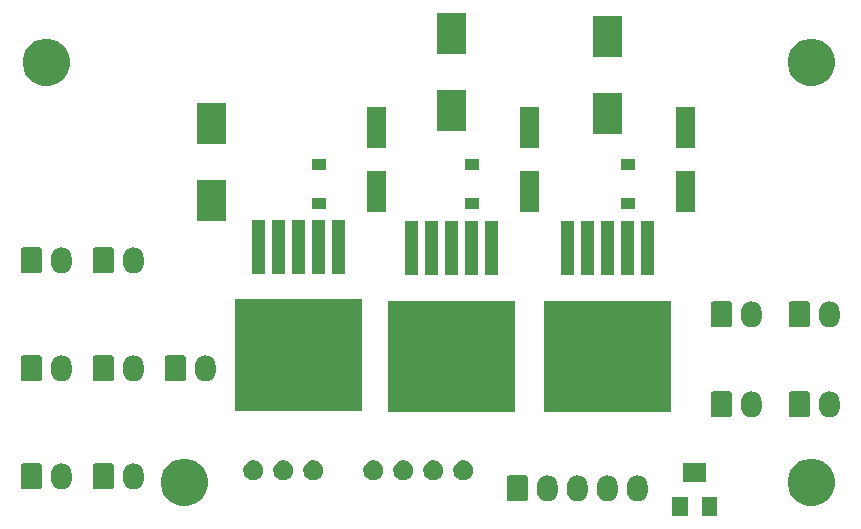
<source format=gbr>
G04 #@! TF.GenerationSoftware,KiCad,Pcbnew,5.0.1*
G04 #@! TF.CreationDate,2019-02-04T15:42:07-06:00*
G04 #@! TF.ProjectId,PowerRDP,506F7765725244502E6B696361645F70,2*
G04 #@! TF.SameCoordinates,Original*
G04 #@! TF.FileFunction,Soldermask,Top*
G04 #@! TF.FilePolarity,Negative*
%FSLAX46Y46*%
G04 Gerber Fmt 4.6, Leading zero omitted, Abs format (unit mm)*
G04 Created by KiCad (PCBNEW 5.0.1) date Mon 04 Feb 2019 03:42:07 PM CST*
%MOMM*%
%LPD*%
G01*
G04 APERTURE LIST*
%ADD10C,0.100000*%
G04 APERTURE END LIST*
D10*
G36*
X144414000Y-89192000D02*
X143114000Y-89192000D01*
X143114000Y-87592000D01*
X144414000Y-87592000D01*
X144414000Y-89192000D01*
X144414000Y-89192000D01*
G37*
G36*
X141914000Y-89192000D02*
X140614000Y-89192000D01*
X140614000Y-87592000D01*
X141914000Y-87592000D01*
X141914000Y-89192000D01*
X141914000Y-89192000D01*
G37*
G36*
X152983378Y-84436859D02*
X153347354Y-84587622D01*
X153674929Y-84806501D01*
X153953499Y-85085071D01*
X154172378Y-85412646D01*
X154323141Y-85776622D01*
X154400000Y-86163016D01*
X154400000Y-86556984D01*
X154323141Y-86943378D01*
X154172378Y-87307354D01*
X153953499Y-87634929D01*
X153674929Y-87913499D01*
X153347354Y-88132378D01*
X152983378Y-88283141D01*
X152596984Y-88360000D01*
X152203016Y-88360000D01*
X151816622Y-88283141D01*
X151452646Y-88132378D01*
X151125071Y-87913499D01*
X150846501Y-87634929D01*
X150627622Y-87307354D01*
X150476859Y-86943378D01*
X150400000Y-86556984D01*
X150400000Y-86163016D01*
X150476859Y-85776622D01*
X150627622Y-85412646D01*
X150846501Y-85085071D01*
X151125071Y-84806501D01*
X151452646Y-84587622D01*
X151816622Y-84436859D01*
X152203016Y-84360000D01*
X152596984Y-84360000D01*
X152983378Y-84436859D01*
X152983378Y-84436859D01*
G37*
G36*
X99897378Y-84436859D02*
X100261354Y-84587622D01*
X100588929Y-84806501D01*
X100867499Y-85085071D01*
X101086378Y-85412646D01*
X101237141Y-85776622D01*
X101314000Y-86163016D01*
X101314000Y-86556984D01*
X101237141Y-86943378D01*
X101086378Y-87307354D01*
X100867499Y-87634929D01*
X100588929Y-87913499D01*
X100261354Y-88132378D01*
X99897378Y-88283141D01*
X99510984Y-88360000D01*
X99117016Y-88360000D01*
X98730622Y-88283141D01*
X98366646Y-88132378D01*
X98039071Y-87913499D01*
X97760501Y-87634929D01*
X97541622Y-87307354D01*
X97390859Y-86943378D01*
X97314000Y-86556984D01*
X97314000Y-86163016D01*
X97390859Y-85776622D01*
X97541622Y-85412646D01*
X97760501Y-85085071D01*
X98039071Y-84806501D01*
X98366646Y-84587622D01*
X98730622Y-84436859D01*
X99117016Y-84360000D01*
X99510984Y-84360000D01*
X99897378Y-84436859D01*
X99897378Y-84436859D01*
G37*
G36*
X132758545Y-85780588D02*
X132758548Y-85780589D01*
X132758549Y-85780589D01*
X132922544Y-85830336D01*
X132922546Y-85830337D01*
X132922549Y-85830338D01*
X133073685Y-85911121D01*
X133206159Y-86019841D01*
X133314878Y-86152314D01*
X133368453Y-86252547D01*
X133395664Y-86303455D01*
X133429970Y-86416547D01*
X133445412Y-86467454D01*
X133458000Y-86595262D01*
X133458000Y-87140737D01*
X133445412Y-87268547D01*
X133395664Y-87432546D01*
X133314878Y-87583686D01*
X133206159Y-87716159D01*
X133073686Y-87824878D01*
X132942913Y-87894777D01*
X132922545Y-87905664D01*
X132758550Y-87955411D01*
X132758549Y-87955411D01*
X132758546Y-87955412D01*
X132588000Y-87972209D01*
X132417455Y-87955412D01*
X132417452Y-87955411D01*
X132417451Y-87955411D01*
X132253456Y-87905664D01*
X132233088Y-87894777D01*
X132102315Y-87824878D01*
X131969842Y-87716159D01*
X131861123Y-87583686D01*
X131780337Y-87432547D01*
X131742361Y-87307355D01*
X131730589Y-87268550D01*
X131730589Y-87268549D01*
X131730588Y-87268546D01*
X131718000Y-87140738D01*
X131718000Y-86595263D01*
X131730588Y-86467455D01*
X131730589Y-86467451D01*
X131780336Y-86303456D01*
X131780337Y-86303454D01*
X131780338Y-86303451D01*
X131861121Y-86152315D01*
X131969841Y-86019841D01*
X132102314Y-85911122D01*
X132253453Y-85830337D01*
X132253455Y-85830336D01*
X132417450Y-85780589D01*
X132417451Y-85780589D01*
X132417454Y-85780588D01*
X132588000Y-85763791D01*
X132758545Y-85780588D01*
X132758545Y-85780588D01*
G37*
G36*
X130218545Y-85780588D02*
X130218548Y-85780589D01*
X130218549Y-85780589D01*
X130382544Y-85830336D01*
X130382546Y-85830337D01*
X130382549Y-85830338D01*
X130533685Y-85911121D01*
X130666159Y-86019841D01*
X130774878Y-86152314D01*
X130828453Y-86252547D01*
X130855664Y-86303455D01*
X130889970Y-86416547D01*
X130905412Y-86467454D01*
X130918000Y-86595262D01*
X130918000Y-87140737D01*
X130905412Y-87268547D01*
X130855664Y-87432546D01*
X130774878Y-87583686D01*
X130666159Y-87716159D01*
X130533686Y-87824878D01*
X130402913Y-87894777D01*
X130382545Y-87905664D01*
X130218550Y-87955411D01*
X130218549Y-87955411D01*
X130218546Y-87955412D01*
X130048000Y-87972209D01*
X129877455Y-87955412D01*
X129877452Y-87955411D01*
X129877451Y-87955411D01*
X129713456Y-87905664D01*
X129693088Y-87894777D01*
X129562315Y-87824878D01*
X129429842Y-87716159D01*
X129321123Y-87583686D01*
X129240337Y-87432547D01*
X129202361Y-87307355D01*
X129190589Y-87268550D01*
X129190589Y-87268549D01*
X129190588Y-87268546D01*
X129178000Y-87140738D01*
X129178000Y-86595263D01*
X129190588Y-86467455D01*
X129190589Y-86467451D01*
X129240336Y-86303456D01*
X129240337Y-86303454D01*
X129240338Y-86303451D01*
X129321121Y-86152315D01*
X129429841Y-86019841D01*
X129562314Y-85911122D01*
X129713453Y-85830337D01*
X129713455Y-85830336D01*
X129877450Y-85780589D01*
X129877451Y-85780589D01*
X129877454Y-85780588D01*
X130048000Y-85763791D01*
X130218545Y-85780588D01*
X130218545Y-85780588D01*
G37*
G36*
X135298545Y-85780588D02*
X135298548Y-85780589D01*
X135298549Y-85780589D01*
X135462544Y-85830336D01*
X135462546Y-85830337D01*
X135462549Y-85830338D01*
X135613685Y-85911121D01*
X135746159Y-86019841D01*
X135854878Y-86152314D01*
X135908453Y-86252547D01*
X135935664Y-86303455D01*
X135969970Y-86416547D01*
X135985412Y-86467454D01*
X135998000Y-86595262D01*
X135998000Y-87140737D01*
X135985412Y-87268547D01*
X135935664Y-87432546D01*
X135854878Y-87583686D01*
X135746159Y-87716159D01*
X135613686Y-87824878D01*
X135482913Y-87894777D01*
X135462545Y-87905664D01*
X135298550Y-87955411D01*
X135298549Y-87955411D01*
X135298546Y-87955412D01*
X135128000Y-87972209D01*
X134957455Y-87955412D01*
X134957452Y-87955411D01*
X134957451Y-87955411D01*
X134793456Y-87905664D01*
X134773088Y-87894777D01*
X134642315Y-87824878D01*
X134509842Y-87716159D01*
X134401123Y-87583686D01*
X134320337Y-87432547D01*
X134282361Y-87307355D01*
X134270589Y-87268550D01*
X134270589Y-87268549D01*
X134270588Y-87268546D01*
X134258000Y-87140738D01*
X134258000Y-86595263D01*
X134270588Y-86467455D01*
X134270589Y-86467451D01*
X134320336Y-86303456D01*
X134320337Y-86303454D01*
X134320338Y-86303451D01*
X134401121Y-86152315D01*
X134509841Y-86019841D01*
X134642314Y-85911122D01*
X134793453Y-85830337D01*
X134793455Y-85830336D01*
X134957450Y-85780589D01*
X134957451Y-85780589D01*
X134957454Y-85780588D01*
X135128000Y-85763791D01*
X135298545Y-85780588D01*
X135298545Y-85780588D01*
G37*
G36*
X137838545Y-85780588D02*
X137838548Y-85780589D01*
X137838549Y-85780589D01*
X138002544Y-85830336D01*
X138002546Y-85830337D01*
X138002549Y-85830338D01*
X138153685Y-85911121D01*
X138286159Y-86019841D01*
X138394878Y-86152314D01*
X138448453Y-86252547D01*
X138475664Y-86303455D01*
X138509970Y-86416547D01*
X138525412Y-86467454D01*
X138538000Y-86595262D01*
X138538000Y-87140737D01*
X138525412Y-87268547D01*
X138475664Y-87432546D01*
X138394878Y-87583686D01*
X138286159Y-87716159D01*
X138153686Y-87824878D01*
X138022913Y-87894777D01*
X138002545Y-87905664D01*
X137838550Y-87955411D01*
X137838549Y-87955411D01*
X137838546Y-87955412D01*
X137668000Y-87972209D01*
X137497455Y-87955412D01*
X137497452Y-87955411D01*
X137497451Y-87955411D01*
X137333456Y-87905664D01*
X137313088Y-87894777D01*
X137182315Y-87824878D01*
X137049842Y-87716159D01*
X136941123Y-87583686D01*
X136860337Y-87432547D01*
X136822361Y-87307355D01*
X136810589Y-87268550D01*
X136810589Y-87268549D01*
X136810588Y-87268546D01*
X136798000Y-87140738D01*
X136798000Y-86595263D01*
X136810588Y-86467455D01*
X136810589Y-86467451D01*
X136860336Y-86303456D01*
X136860337Y-86303454D01*
X136860338Y-86303451D01*
X136941121Y-86152315D01*
X137049841Y-86019841D01*
X137182314Y-85911122D01*
X137333453Y-85830337D01*
X137333455Y-85830336D01*
X137497450Y-85780589D01*
X137497451Y-85780589D01*
X137497454Y-85780588D01*
X137668000Y-85763791D01*
X137838545Y-85780588D01*
X137838545Y-85780588D01*
G37*
G36*
X128248355Y-85771685D02*
X128278431Y-85780808D01*
X128306145Y-85795622D01*
X128330440Y-85815560D01*
X128350378Y-85839855D01*
X128365192Y-85867569D01*
X128374315Y-85897645D01*
X128378000Y-85935059D01*
X128378000Y-87800941D01*
X128374315Y-87838355D01*
X128365192Y-87868431D01*
X128350378Y-87896145D01*
X128330440Y-87920440D01*
X128306145Y-87940378D01*
X128278431Y-87955192D01*
X128248355Y-87964315D01*
X128210941Y-87968000D01*
X126805059Y-87968000D01*
X126767645Y-87964315D01*
X126737569Y-87955192D01*
X126709855Y-87940378D01*
X126685560Y-87920440D01*
X126665622Y-87896145D01*
X126650808Y-87868431D01*
X126641685Y-87838355D01*
X126638000Y-87800941D01*
X126638000Y-85935059D01*
X126641685Y-85897645D01*
X126650808Y-85867569D01*
X126665622Y-85839855D01*
X126685560Y-85815560D01*
X126709855Y-85795622D01*
X126737569Y-85780808D01*
X126767645Y-85771685D01*
X126805059Y-85768000D01*
X128210941Y-85768000D01*
X128248355Y-85771685D01*
X128248355Y-85771685D01*
G37*
G36*
X95166545Y-84764588D02*
X95166548Y-84764589D01*
X95166549Y-84764589D01*
X95330544Y-84814336D01*
X95330546Y-84814337D01*
X95330549Y-84814338D01*
X95481685Y-84895121D01*
X95614159Y-85003841D01*
X95722878Y-85136314D01*
X95789139Y-85260281D01*
X95803664Y-85287455D01*
X95841640Y-85412646D01*
X95853412Y-85451454D01*
X95866000Y-85579262D01*
X95866000Y-86124737D01*
X95853412Y-86252547D01*
X95803664Y-86416546D01*
X95722878Y-86567686D01*
X95614159Y-86700159D01*
X95481686Y-86808878D01*
X95350913Y-86878777D01*
X95330545Y-86889664D01*
X95166550Y-86939411D01*
X95166549Y-86939411D01*
X95166546Y-86939412D01*
X94996000Y-86956209D01*
X94825455Y-86939412D01*
X94825452Y-86939411D01*
X94825451Y-86939411D01*
X94661456Y-86889664D01*
X94641088Y-86878777D01*
X94510315Y-86808878D01*
X94377842Y-86700159D01*
X94269123Y-86567686D01*
X94188337Y-86416547D01*
X94138588Y-86252546D01*
X94126000Y-86124738D01*
X94126000Y-85579263D01*
X94138588Y-85451455D01*
X94138589Y-85451451D01*
X94188336Y-85287456D01*
X94188337Y-85287454D01*
X94188338Y-85287451D01*
X94269121Y-85136315D01*
X94377841Y-85003841D01*
X94510314Y-84895122D01*
X94661453Y-84814337D01*
X94661455Y-84814336D01*
X94825450Y-84764589D01*
X94825451Y-84764589D01*
X94825454Y-84764588D01*
X94996000Y-84747791D01*
X95166545Y-84764588D01*
X95166545Y-84764588D01*
G37*
G36*
X89070545Y-84764588D02*
X89070548Y-84764589D01*
X89070549Y-84764589D01*
X89234544Y-84814336D01*
X89234546Y-84814337D01*
X89234549Y-84814338D01*
X89385685Y-84895121D01*
X89518159Y-85003841D01*
X89626878Y-85136314D01*
X89693139Y-85260281D01*
X89707664Y-85287455D01*
X89745640Y-85412646D01*
X89757412Y-85451454D01*
X89770000Y-85579262D01*
X89770000Y-86124737D01*
X89757412Y-86252547D01*
X89707664Y-86416546D01*
X89626878Y-86567686D01*
X89518159Y-86700159D01*
X89385686Y-86808878D01*
X89254913Y-86878777D01*
X89234545Y-86889664D01*
X89070550Y-86939411D01*
X89070549Y-86939411D01*
X89070546Y-86939412D01*
X88900000Y-86956209D01*
X88729455Y-86939412D01*
X88729452Y-86939411D01*
X88729451Y-86939411D01*
X88565456Y-86889664D01*
X88545088Y-86878777D01*
X88414315Y-86808878D01*
X88281842Y-86700159D01*
X88173123Y-86567686D01*
X88092337Y-86416547D01*
X88042588Y-86252546D01*
X88030000Y-86124738D01*
X88030000Y-85579263D01*
X88042588Y-85451455D01*
X88042589Y-85451451D01*
X88092336Y-85287456D01*
X88092337Y-85287454D01*
X88092338Y-85287451D01*
X88173121Y-85136315D01*
X88281841Y-85003841D01*
X88414314Y-84895122D01*
X88565453Y-84814337D01*
X88565455Y-84814336D01*
X88729450Y-84764589D01*
X88729451Y-84764589D01*
X88729454Y-84764588D01*
X88900000Y-84747791D01*
X89070545Y-84764588D01*
X89070545Y-84764588D01*
G37*
G36*
X93196355Y-84755685D02*
X93226431Y-84764808D01*
X93254145Y-84779622D01*
X93278440Y-84799560D01*
X93298378Y-84823855D01*
X93313192Y-84851569D01*
X93322315Y-84881645D01*
X93326000Y-84919059D01*
X93326000Y-86784941D01*
X93322315Y-86822355D01*
X93313192Y-86852431D01*
X93298378Y-86880145D01*
X93278440Y-86904440D01*
X93254145Y-86924378D01*
X93226431Y-86939192D01*
X93196355Y-86948315D01*
X93158941Y-86952000D01*
X91753059Y-86952000D01*
X91715645Y-86948315D01*
X91685569Y-86939192D01*
X91657855Y-86924378D01*
X91633560Y-86904440D01*
X91613622Y-86880145D01*
X91598808Y-86852431D01*
X91589685Y-86822355D01*
X91586000Y-86784941D01*
X91586000Y-84919059D01*
X91589685Y-84881645D01*
X91598808Y-84851569D01*
X91613622Y-84823855D01*
X91633560Y-84799560D01*
X91657855Y-84779622D01*
X91685569Y-84764808D01*
X91715645Y-84755685D01*
X91753059Y-84752000D01*
X93158941Y-84752000D01*
X93196355Y-84755685D01*
X93196355Y-84755685D01*
G37*
G36*
X87100355Y-84755685D02*
X87130431Y-84764808D01*
X87158145Y-84779622D01*
X87182440Y-84799560D01*
X87202378Y-84823855D01*
X87217192Y-84851569D01*
X87226315Y-84881645D01*
X87230000Y-84919059D01*
X87230000Y-86784941D01*
X87226315Y-86822355D01*
X87217192Y-86852431D01*
X87202378Y-86880145D01*
X87182440Y-86904440D01*
X87158145Y-86924378D01*
X87130431Y-86939192D01*
X87100355Y-86948315D01*
X87062941Y-86952000D01*
X85657059Y-86952000D01*
X85619645Y-86948315D01*
X85589569Y-86939192D01*
X85561855Y-86924378D01*
X85537560Y-86904440D01*
X85517622Y-86880145D01*
X85502808Y-86852431D01*
X85493685Y-86822355D01*
X85490000Y-86784941D01*
X85490000Y-84919059D01*
X85493685Y-84881645D01*
X85502808Y-84851569D01*
X85517622Y-84823855D01*
X85537560Y-84799560D01*
X85561855Y-84779622D01*
X85589569Y-84764808D01*
X85619645Y-84755685D01*
X85657059Y-84752000D01*
X87062941Y-84752000D01*
X87100355Y-84755685D01*
X87100355Y-84755685D01*
G37*
G36*
X143514000Y-86292000D02*
X141514000Y-86292000D01*
X141514000Y-84692000D01*
X143514000Y-84692000D01*
X143514000Y-86292000D01*
X143514000Y-86292000D01*
G37*
G36*
X123183934Y-84526664D02*
X123338627Y-84590740D01*
X123477847Y-84683764D01*
X123596236Y-84802153D01*
X123689260Y-84941373D01*
X123753336Y-85096066D01*
X123786000Y-85260281D01*
X123786000Y-85427719D01*
X123753336Y-85591934D01*
X123689260Y-85746627D01*
X123596236Y-85885847D01*
X123477847Y-86004236D01*
X123338627Y-86097260D01*
X123183934Y-86161336D01*
X123019719Y-86194000D01*
X122852281Y-86194000D01*
X122688066Y-86161336D01*
X122533373Y-86097260D01*
X122394153Y-86004236D01*
X122275764Y-85885847D01*
X122182740Y-85746627D01*
X122118664Y-85591934D01*
X122086000Y-85427719D01*
X122086000Y-85260281D01*
X122118664Y-85096066D01*
X122182740Y-84941373D01*
X122275764Y-84802153D01*
X122394153Y-84683764D01*
X122533373Y-84590740D01*
X122688066Y-84526664D01*
X122852281Y-84494000D01*
X123019719Y-84494000D01*
X123183934Y-84526664D01*
X123183934Y-84526664D01*
G37*
G36*
X120643934Y-84526664D02*
X120798627Y-84590740D01*
X120937847Y-84683764D01*
X121056236Y-84802153D01*
X121149260Y-84941373D01*
X121213336Y-85096066D01*
X121246000Y-85260281D01*
X121246000Y-85427719D01*
X121213336Y-85591934D01*
X121149260Y-85746627D01*
X121056236Y-85885847D01*
X120937847Y-86004236D01*
X120798627Y-86097260D01*
X120643934Y-86161336D01*
X120479719Y-86194000D01*
X120312281Y-86194000D01*
X120148066Y-86161336D01*
X119993373Y-86097260D01*
X119854153Y-86004236D01*
X119735764Y-85885847D01*
X119642740Y-85746627D01*
X119578664Y-85591934D01*
X119546000Y-85427719D01*
X119546000Y-85260281D01*
X119578664Y-85096066D01*
X119642740Y-84941373D01*
X119735764Y-84802153D01*
X119854153Y-84683764D01*
X119993373Y-84590740D01*
X120148066Y-84526664D01*
X120312281Y-84494000D01*
X120479719Y-84494000D01*
X120643934Y-84526664D01*
X120643934Y-84526664D01*
G37*
G36*
X115563934Y-84526664D02*
X115718627Y-84590740D01*
X115857847Y-84683764D01*
X115976236Y-84802153D01*
X116069260Y-84941373D01*
X116133336Y-85096066D01*
X116166000Y-85260281D01*
X116166000Y-85427719D01*
X116133336Y-85591934D01*
X116069260Y-85746627D01*
X115976236Y-85885847D01*
X115857847Y-86004236D01*
X115718627Y-86097260D01*
X115563934Y-86161336D01*
X115399719Y-86194000D01*
X115232281Y-86194000D01*
X115068066Y-86161336D01*
X114913373Y-86097260D01*
X114774153Y-86004236D01*
X114655764Y-85885847D01*
X114562740Y-85746627D01*
X114498664Y-85591934D01*
X114466000Y-85427719D01*
X114466000Y-85260281D01*
X114498664Y-85096066D01*
X114562740Y-84941373D01*
X114655764Y-84802153D01*
X114774153Y-84683764D01*
X114913373Y-84590740D01*
X115068066Y-84526664D01*
X115232281Y-84494000D01*
X115399719Y-84494000D01*
X115563934Y-84526664D01*
X115563934Y-84526664D01*
G37*
G36*
X118103934Y-84526664D02*
X118258627Y-84590740D01*
X118397847Y-84683764D01*
X118516236Y-84802153D01*
X118609260Y-84941373D01*
X118673336Y-85096066D01*
X118706000Y-85260281D01*
X118706000Y-85427719D01*
X118673336Y-85591934D01*
X118609260Y-85746627D01*
X118516236Y-85885847D01*
X118397847Y-86004236D01*
X118258627Y-86097260D01*
X118103934Y-86161336D01*
X117939719Y-86194000D01*
X117772281Y-86194000D01*
X117608066Y-86161336D01*
X117453373Y-86097260D01*
X117314153Y-86004236D01*
X117195764Y-85885847D01*
X117102740Y-85746627D01*
X117038664Y-85591934D01*
X117006000Y-85427719D01*
X117006000Y-85260281D01*
X117038664Y-85096066D01*
X117102740Y-84941373D01*
X117195764Y-84802153D01*
X117314153Y-84683764D01*
X117453373Y-84590740D01*
X117608066Y-84526664D01*
X117772281Y-84494000D01*
X117939719Y-84494000D01*
X118103934Y-84526664D01*
X118103934Y-84526664D01*
G37*
G36*
X105403934Y-84526664D02*
X105558627Y-84590740D01*
X105697847Y-84683764D01*
X105816236Y-84802153D01*
X105909260Y-84941373D01*
X105973336Y-85096066D01*
X106006000Y-85260281D01*
X106006000Y-85427719D01*
X105973336Y-85591934D01*
X105909260Y-85746627D01*
X105816236Y-85885847D01*
X105697847Y-86004236D01*
X105558627Y-86097260D01*
X105403934Y-86161336D01*
X105239719Y-86194000D01*
X105072281Y-86194000D01*
X104908066Y-86161336D01*
X104753373Y-86097260D01*
X104614153Y-86004236D01*
X104495764Y-85885847D01*
X104402740Y-85746627D01*
X104338664Y-85591934D01*
X104306000Y-85427719D01*
X104306000Y-85260281D01*
X104338664Y-85096066D01*
X104402740Y-84941373D01*
X104495764Y-84802153D01*
X104614153Y-84683764D01*
X104753373Y-84590740D01*
X104908066Y-84526664D01*
X105072281Y-84494000D01*
X105239719Y-84494000D01*
X105403934Y-84526664D01*
X105403934Y-84526664D01*
G37*
G36*
X107943934Y-84526664D02*
X108098627Y-84590740D01*
X108237847Y-84683764D01*
X108356236Y-84802153D01*
X108449260Y-84941373D01*
X108513336Y-85096066D01*
X108546000Y-85260281D01*
X108546000Y-85427719D01*
X108513336Y-85591934D01*
X108449260Y-85746627D01*
X108356236Y-85885847D01*
X108237847Y-86004236D01*
X108098627Y-86097260D01*
X107943934Y-86161336D01*
X107779719Y-86194000D01*
X107612281Y-86194000D01*
X107448066Y-86161336D01*
X107293373Y-86097260D01*
X107154153Y-86004236D01*
X107035764Y-85885847D01*
X106942740Y-85746627D01*
X106878664Y-85591934D01*
X106846000Y-85427719D01*
X106846000Y-85260281D01*
X106878664Y-85096066D01*
X106942740Y-84941373D01*
X107035764Y-84802153D01*
X107154153Y-84683764D01*
X107293373Y-84590740D01*
X107448066Y-84526664D01*
X107612281Y-84494000D01*
X107779719Y-84494000D01*
X107943934Y-84526664D01*
X107943934Y-84526664D01*
G37*
G36*
X110483934Y-84526664D02*
X110638627Y-84590740D01*
X110777847Y-84683764D01*
X110896236Y-84802153D01*
X110989260Y-84941373D01*
X111053336Y-85096066D01*
X111086000Y-85260281D01*
X111086000Y-85427719D01*
X111053336Y-85591934D01*
X110989260Y-85746627D01*
X110896236Y-85885847D01*
X110777847Y-86004236D01*
X110638627Y-86097260D01*
X110483934Y-86161336D01*
X110319719Y-86194000D01*
X110152281Y-86194000D01*
X109988066Y-86161336D01*
X109833373Y-86097260D01*
X109694153Y-86004236D01*
X109575764Y-85885847D01*
X109482740Y-85746627D01*
X109418664Y-85591934D01*
X109386000Y-85427719D01*
X109386000Y-85260281D01*
X109418664Y-85096066D01*
X109482740Y-84941373D01*
X109575764Y-84802153D01*
X109694153Y-84683764D01*
X109833373Y-84590740D01*
X109988066Y-84526664D01*
X110152281Y-84494000D01*
X110319719Y-84494000D01*
X110483934Y-84526664D01*
X110483934Y-84526664D01*
G37*
G36*
X154094545Y-78668588D02*
X154094548Y-78668589D01*
X154094549Y-78668589D01*
X154258544Y-78718336D01*
X154258546Y-78718337D01*
X154258549Y-78718338D01*
X154409685Y-78799121D01*
X154542159Y-78907841D01*
X154650878Y-79040314D01*
X154731663Y-79191453D01*
X154781412Y-79355454D01*
X154794000Y-79483262D01*
X154794000Y-80028737D01*
X154781412Y-80156547D01*
X154731664Y-80320546D01*
X154650878Y-80471686D01*
X154542159Y-80604159D01*
X154409686Y-80712878D01*
X154278913Y-80782777D01*
X154258545Y-80793664D01*
X154094550Y-80843411D01*
X154094549Y-80843411D01*
X154094546Y-80843412D01*
X153924000Y-80860209D01*
X153753455Y-80843412D01*
X153753452Y-80843411D01*
X153753451Y-80843411D01*
X153589456Y-80793664D01*
X153569088Y-80782777D01*
X153438315Y-80712878D01*
X153305842Y-80604159D01*
X153197123Y-80471686D01*
X153116337Y-80320547D01*
X153066588Y-80156546D01*
X153054000Y-80028738D01*
X153054000Y-79483263D01*
X153066588Y-79355455D01*
X153066589Y-79355451D01*
X153116336Y-79191456D01*
X153116337Y-79191454D01*
X153116338Y-79191451D01*
X153197121Y-79040315D01*
X153305841Y-78907841D01*
X153438314Y-78799122D01*
X153589453Y-78718337D01*
X153589455Y-78718336D01*
X153753450Y-78668589D01*
X153753451Y-78668589D01*
X153753454Y-78668588D01*
X153924000Y-78651791D01*
X154094545Y-78668588D01*
X154094545Y-78668588D01*
G37*
G36*
X147490545Y-78668588D02*
X147490548Y-78668589D01*
X147490549Y-78668589D01*
X147654544Y-78718336D01*
X147654546Y-78718337D01*
X147654549Y-78718338D01*
X147805685Y-78799121D01*
X147938159Y-78907841D01*
X148046878Y-79040314D01*
X148127663Y-79191453D01*
X148177412Y-79355454D01*
X148190000Y-79483262D01*
X148190000Y-80028737D01*
X148177412Y-80156547D01*
X148127664Y-80320546D01*
X148046878Y-80471686D01*
X147938159Y-80604159D01*
X147805686Y-80712878D01*
X147674913Y-80782777D01*
X147654545Y-80793664D01*
X147490550Y-80843411D01*
X147490549Y-80843411D01*
X147490546Y-80843412D01*
X147320000Y-80860209D01*
X147149455Y-80843412D01*
X147149452Y-80843411D01*
X147149451Y-80843411D01*
X146985456Y-80793664D01*
X146965088Y-80782777D01*
X146834315Y-80712878D01*
X146701842Y-80604159D01*
X146593123Y-80471686D01*
X146512337Y-80320547D01*
X146462588Y-80156546D01*
X146450000Y-80028738D01*
X146450000Y-79483263D01*
X146462588Y-79355455D01*
X146462589Y-79355451D01*
X146512336Y-79191456D01*
X146512337Y-79191454D01*
X146512338Y-79191451D01*
X146593121Y-79040315D01*
X146701841Y-78907841D01*
X146834314Y-78799122D01*
X146985453Y-78718337D01*
X146985455Y-78718336D01*
X147149450Y-78668589D01*
X147149451Y-78668589D01*
X147149454Y-78668588D01*
X147320000Y-78651791D01*
X147490545Y-78668588D01*
X147490545Y-78668588D01*
G37*
G36*
X152124355Y-78659685D02*
X152154431Y-78668808D01*
X152182145Y-78683622D01*
X152206440Y-78703560D01*
X152226378Y-78727855D01*
X152241192Y-78755569D01*
X152250315Y-78785645D01*
X152254000Y-78823059D01*
X152254000Y-80688941D01*
X152250315Y-80726355D01*
X152241192Y-80756431D01*
X152226378Y-80784145D01*
X152206440Y-80808440D01*
X152182145Y-80828378D01*
X152154431Y-80843192D01*
X152124355Y-80852315D01*
X152086941Y-80856000D01*
X150681059Y-80856000D01*
X150643645Y-80852315D01*
X150613569Y-80843192D01*
X150585855Y-80828378D01*
X150561560Y-80808440D01*
X150541622Y-80784145D01*
X150526808Y-80756431D01*
X150517685Y-80726355D01*
X150514000Y-80688941D01*
X150514000Y-78823059D01*
X150517685Y-78785645D01*
X150526808Y-78755569D01*
X150541622Y-78727855D01*
X150561560Y-78703560D01*
X150585855Y-78683622D01*
X150613569Y-78668808D01*
X150643645Y-78659685D01*
X150681059Y-78656000D01*
X152086941Y-78656000D01*
X152124355Y-78659685D01*
X152124355Y-78659685D01*
G37*
G36*
X145520355Y-78659685D02*
X145550431Y-78668808D01*
X145578145Y-78683622D01*
X145602440Y-78703560D01*
X145622378Y-78727855D01*
X145637192Y-78755569D01*
X145646315Y-78785645D01*
X145650000Y-78823059D01*
X145650000Y-80688941D01*
X145646315Y-80726355D01*
X145637192Y-80756431D01*
X145622378Y-80784145D01*
X145602440Y-80808440D01*
X145578145Y-80828378D01*
X145550431Y-80843192D01*
X145520355Y-80852315D01*
X145482941Y-80856000D01*
X144077059Y-80856000D01*
X144039645Y-80852315D01*
X144009569Y-80843192D01*
X143981855Y-80828378D01*
X143957560Y-80808440D01*
X143937622Y-80784145D01*
X143922808Y-80756431D01*
X143913685Y-80726355D01*
X143910000Y-80688941D01*
X143910000Y-78823059D01*
X143913685Y-78785645D01*
X143922808Y-78755569D01*
X143937622Y-78727855D01*
X143957560Y-78703560D01*
X143981855Y-78683622D01*
X144009569Y-78668808D01*
X144039645Y-78659685D01*
X144077059Y-78656000D01*
X145482941Y-78656000D01*
X145520355Y-78659685D01*
X145520355Y-78659685D01*
G37*
G36*
X140528000Y-80392000D02*
X129728000Y-80392000D01*
X129728000Y-70992000D01*
X140528000Y-70992000D01*
X140528000Y-80392000D01*
X140528000Y-80392000D01*
G37*
G36*
X127320000Y-80392000D02*
X116520000Y-80392000D01*
X116520000Y-70992000D01*
X127320000Y-70992000D01*
X127320000Y-80392000D01*
X127320000Y-80392000D01*
G37*
G36*
X114385000Y-80277000D02*
X103585000Y-80277000D01*
X103585000Y-70877000D01*
X114385000Y-70877000D01*
X114385000Y-80277000D01*
X114385000Y-80277000D01*
G37*
G36*
X101262545Y-75620588D02*
X101262548Y-75620589D01*
X101262549Y-75620589D01*
X101426544Y-75670336D01*
X101426546Y-75670337D01*
X101426549Y-75670338D01*
X101577685Y-75751121D01*
X101710159Y-75859841D01*
X101818878Y-75992314D01*
X101899663Y-76143453D01*
X101949412Y-76307454D01*
X101962000Y-76435262D01*
X101962000Y-76980737D01*
X101949412Y-77108547D01*
X101899664Y-77272546D01*
X101818878Y-77423686D01*
X101710159Y-77556159D01*
X101577686Y-77664878D01*
X101446913Y-77734777D01*
X101426545Y-77745664D01*
X101262550Y-77795411D01*
X101262549Y-77795411D01*
X101262546Y-77795412D01*
X101092000Y-77812209D01*
X100921455Y-77795412D01*
X100921452Y-77795411D01*
X100921451Y-77795411D01*
X100757456Y-77745664D01*
X100737088Y-77734777D01*
X100606315Y-77664878D01*
X100473842Y-77556159D01*
X100365123Y-77423686D01*
X100284337Y-77272547D01*
X100234588Y-77108546D01*
X100222000Y-76980738D01*
X100222000Y-76435263D01*
X100234588Y-76307455D01*
X100234589Y-76307451D01*
X100284336Y-76143456D01*
X100284337Y-76143454D01*
X100284338Y-76143451D01*
X100365121Y-75992315D01*
X100473841Y-75859841D01*
X100606314Y-75751122D01*
X100757453Y-75670337D01*
X100757455Y-75670336D01*
X100921450Y-75620589D01*
X100921451Y-75620589D01*
X100921454Y-75620588D01*
X101092000Y-75603791D01*
X101262545Y-75620588D01*
X101262545Y-75620588D01*
G37*
G36*
X89070545Y-75620588D02*
X89070548Y-75620589D01*
X89070549Y-75620589D01*
X89234544Y-75670336D01*
X89234546Y-75670337D01*
X89234549Y-75670338D01*
X89385685Y-75751121D01*
X89518159Y-75859841D01*
X89626878Y-75992314D01*
X89707663Y-76143453D01*
X89757412Y-76307454D01*
X89770000Y-76435262D01*
X89770000Y-76980737D01*
X89757412Y-77108547D01*
X89707664Y-77272546D01*
X89626878Y-77423686D01*
X89518159Y-77556159D01*
X89385686Y-77664878D01*
X89254913Y-77734777D01*
X89234545Y-77745664D01*
X89070550Y-77795411D01*
X89070549Y-77795411D01*
X89070546Y-77795412D01*
X88900000Y-77812209D01*
X88729455Y-77795412D01*
X88729452Y-77795411D01*
X88729451Y-77795411D01*
X88565456Y-77745664D01*
X88545088Y-77734777D01*
X88414315Y-77664878D01*
X88281842Y-77556159D01*
X88173123Y-77423686D01*
X88092337Y-77272547D01*
X88042588Y-77108546D01*
X88030000Y-76980738D01*
X88030000Y-76435263D01*
X88042588Y-76307455D01*
X88042589Y-76307451D01*
X88092336Y-76143456D01*
X88092337Y-76143454D01*
X88092338Y-76143451D01*
X88173121Y-75992315D01*
X88281841Y-75859841D01*
X88414314Y-75751122D01*
X88565453Y-75670337D01*
X88565455Y-75670336D01*
X88729450Y-75620589D01*
X88729451Y-75620589D01*
X88729454Y-75620588D01*
X88900000Y-75603791D01*
X89070545Y-75620588D01*
X89070545Y-75620588D01*
G37*
G36*
X95166545Y-75620588D02*
X95166548Y-75620589D01*
X95166549Y-75620589D01*
X95330544Y-75670336D01*
X95330546Y-75670337D01*
X95330549Y-75670338D01*
X95481685Y-75751121D01*
X95614159Y-75859841D01*
X95722878Y-75992314D01*
X95803663Y-76143453D01*
X95853412Y-76307454D01*
X95866000Y-76435262D01*
X95866000Y-76980737D01*
X95853412Y-77108547D01*
X95803664Y-77272546D01*
X95722878Y-77423686D01*
X95614159Y-77556159D01*
X95481686Y-77664878D01*
X95350913Y-77734777D01*
X95330545Y-77745664D01*
X95166550Y-77795411D01*
X95166549Y-77795411D01*
X95166546Y-77795412D01*
X94996000Y-77812209D01*
X94825455Y-77795412D01*
X94825452Y-77795411D01*
X94825451Y-77795411D01*
X94661456Y-77745664D01*
X94641088Y-77734777D01*
X94510315Y-77664878D01*
X94377842Y-77556159D01*
X94269123Y-77423686D01*
X94188337Y-77272547D01*
X94138588Y-77108546D01*
X94126000Y-76980738D01*
X94126000Y-76435263D01*
X94138588Y-76307455D01*
X94138589Y-76307451D01*
X94188336Y-76143456D01*
X94188337Y-76143454D01*
X94188338Y-76143451D01*
X94269121Y-75992315D01*
X94377841Y-75859841D01*
X94510314Y-75751122D01*
X94661453Y-75670337D01*
X94661455Y-75670336D01*
X94825450Y-75620589D01*
X94825451Y-75620589D01*
X94825454Y-75620588D01*
X94996000Y-75603791D01*
X95166545Y-75620588D01*
X95166545Y-75620588D01*
G37*
G36*
X99292355Y-75611685D02*
X99322431Y-75620808D01*
X99350145Y-75635622D01*
X99374440Y-75655560D01*
X99394378Y-75679855D01*
X99409192Y-75707569D01*
X99418315Y-75737645D01*
X99422000Y-75775059D01*
X99422000Y-77640941D01*
X99418315Y-77678355D01*
X99409192Y-77708431D01*
X99394378Y-77736145D01*
X99374440Y-77760440D01*
X99350145Y-77780378D01*
X99322431Y-77795192D01*
X99292355Y-77804315D01*
X99254941Y-77808000D01*
X97849059Y-77808000D01*
X97811645Y-77804315D01*
X97781569Y-77795192D01*
X97753855Y-77780378D01*
X97729560Y-77760440D01*
X97709622Y-77736145D01*
X97694808Y-77708431D01*
X97685685Y-77678355D01*
X97682000Y-77640941D01*
X97682000Y-75775059D01*
X97685685Y-75737645D01*
X97694808Y-75707569D01*
X97709622Y-75679855D01*
X97729560Y-75655560D01*
X97753855Y-75635622D01*
X97781569Y-75620808D01*
X97811645Y-75611685D01*
X97849059Y-75608000D01*
X99254941Y-75608000D01*
X99292355Y-75611685D01*
X99292355Y-75611685D01*
G37*
G36*
X87100355Y-75611685D02*
X87130431Y-75620808D01*
X87158145Y-75635622D01*
X87182440Y-75655560D01*
X87202378Y-75679855D01*
X87217192Y-75707569D01*
X87226315Y-75737645D01*
X87230000Y-75775059D01*
X87230000Y-77640941D01*
X87226315Y-77678355D01*
X87217192Y-77708431D01*
X87202378Y-77736145D01*
X87182440Y-77760440D01*
X87158145Y-77780378D01*
X87130431Y-77795192D01*
X87100355Y-77804315D01*
X87062941Y-77808000D01*
X85657059Y-77808000D01*
X85619645Y-77804315D01*
X85589569Y-77795192D01*
X85561855Y-77780378D01*
X85537560Y-77760440D01*
X85517622Y-77736145D01*
X85502808Y-77708431D01*
X85493685Y-77678355D01*
X85490000Y-77640941D01*
X85490000Y-75775059D01*
X85493685Y-75737645D01*
X85502808Y-75707569D01*
X85517622Y-75679855D01*
X85537560Y-75655560D01*
X85561855Y-75635622D01*
X85589569Y-75620808D01*
X85619645Y-75611685D01*
X85657059Y-75608000D01*
X87062941Y-75608000D01*
X87100355Y-75611685D01*
X87100355Y-75611685D01*
G37*
G36*
X93196355Y-75611685D02*
X93226431Y-75620808D01*
X93254145Y-75635622D01*
X93278440Y-75655560D01*
X93298378Y-75679855D01*
X93313192Y-75707569D01*
X93322315Y-75737645D01*
X93326000Y-75775059D01*
X93326000Y-77640941D01*
X93322315Y-77678355D01*
X93313192Y-77708431D01*
X93298378Y-77736145D01*
X93278440Y-77760440D01*
X93254145Y-77780378D01*
X93226431Y-77795192D01*
X93196355Y-77804315D01*
X93158941Y-77808000D01*
X91753059Y-77808000D01*
X91715645Y-77804315D01*
X91685569Y-77795192D01*
X91657855Y-77780378D01*
X91633560Y-77760440D01*
X91613622Y-77736145D01*
X91598808Y-77708431D01*
X91589685Y-77678355D01*
X91586000Y-77640941D01*
X91586000Y-75775059D01*
X91589685Y-75737645D01*
X91598808Y-75707569D01*
X91613622Y-75679855D01*
X91633560Y-75655560D01*
X91657855Y-75635622D01*
X91685569Y-75620808D01*
X91715645Y-75611685D01*
X91753059Y-75608000D01*
X93158941Y-75608000D01*
X93196355Y-75611685D01*
X93196355Y-75611685D01*
G37*
G36*
X154094545Y-71048588D02*
X154094548Y-71048589D01*
X154094549Y-71048589D01*
X154258544Y-71098336D01*
X154258546Y-71098337D01*
X154258549Y-71098338D01*
X154409685Y-71179121D01*
X154542159Y-71287841D01*
X154650878Y-71420314D01*
X154731663Y-71571453D01*
X154781412Y-71735454D01*
X154794000Y-71863262D01*
X154794000Y-72408737D01*
X154781412Y-72536547D01*
X154731664Y-72700546D01*
X154650878Y-72851686D01*
X154542159Y-72984159D01*
X154409686Y-73092878D01*
X154278913Y-73162777D01*
X154258545Y-73173664D01*
X154094550Y-73223411D01*
X154094549Y-73223411D01*
X154094546Y-73223412D01*
X153924000Y-73240209D01*
X153753455Y-73223412D01*
X153753452Y-73223411D01*
X153753451Y-73223411D01*
X153589456Y-73173664D01*
X153569088Y-73162777D01*
X153438315Y-73092878D01*
X153305842Y-72984159D01*
X153197123Y-72851686D01*
X153116337Y-72700547D01*
X153066588Y-72536546D01*
X153054000Y-72408738D01*
X153054000Y-71863263D01*
X153066588Y-71735455D01*
X153066589Y-71735451D01*
X153116336Y-71571456D01*
X153116337Y-71571454D01*
X153116338Y-71571451D01*
X153197121Y-71420315D01*
X153305841Y-71287841D01*
X153438314Y-71179122D01*
X153589453Y-71098337D01*
X153589455Y-71098336D01*
X153753450Y-71048589D01*
X153753451Y-71048589D01*
X153753454Y-71048588D01*
X153924000Y-71031791D01*
X154094545Y-71048588D01*
X154094545Y-71048588D01*
G37*
G36*
X147490545Y-71048588D02*
X147490548Y-71048589D01*
X147490549Y-71048589D01*
X147654544Y-71098336D01*
X147654546Y-71098337D01*
X147654549Y-71098338D01*
X147805685Y-71179121D01*
X147938159Y-71287841D01*
X148046878Y-71420314D01*
X148127663Y-71571453D01*
X148177412Y-71735454D01*
X148190000Y-71863262D01*
X148190000Y-72408737D01*
X148177412Y-72536547D01*
X148127664Y-72700546D01*
X148046878Y-72851686D01*
X147938159Y-72984159D01*
X147805686Y-73092878D01*
X147674913Y-73162777D01*
X147654545Y-73173664D01*
X147490550Y-73223411D01*
X147490549Y-73223411D01*
X147490546Y-73223412D01*
X147320000Y-73240209D01*
X147149455Y-73223412D01*
X147149452Y-73223411D01*
X147149451Y-73223411D01*
X146985456Y-73173664D01*
X146965088Y-73162777D01*
X146834315Y-73092878D01*
X146701842Y-72984159D01*
X146593123Y-72851686D01*
X146512337Y-72700547D01*
X146462588Y-72536546D01*
X146450000Y-72408738D01*
X146450000Y-71863263D01*
X146462588Y-71735455D01*
X146462589Y-71735451D01*
X146512336Y-71571456D01*
X146512337Y-71571454D01*
X146512338Y-71571451D01*
X146593121Y-71420315D01*
X146701841Y-71287841D01*
X146834314Y-71179122D01*
X146985453Y-71098337D01*
X146985455Y-71098336D01*
X147149450Y-71048589D01*
X147149451Y-71048589D01*
X147149454Y-71048588D01*
X147320000Y-71031791D01*
X147490545Y-71048588D01*
X147490545Y-71048588D01*
G37*
G36*
X152124355Y-71039685D02*
X152154431Y-71048808D01*
X152182145Y-71063622D01*
X152206440Y-71083560D01*
X152226378Y-71107855D01*
X152241192Y-71135569D01*
X152250315Y-71165645D01*
X152254000Y-71203059D01*
X152254000Y-73068941D01*
X152250315Y-73106355D01*
X152241192Y-73136431D01*
X152226378Y-73164145D01*
X152206440Y-73188440D01*
X152182145Y-73208378D01*
X152154431Y-73223192D01*
X152124355Y-73232315D01*
X152086941Y-73236000D01*
X150681059Y-73236000D01*
X150643645Y-73232315D01*
X150613569Y-73223192D01*
X150585855Y-73208378D01*
X150561560Y-73188440D01*
X150541622Y-73164145D01*
X150526808Y-73136431D01*
X150517685Y-73106355D01*
X150514000Y-73068941D01*
X150514000Y-71203059D01*
X150517685Y-71165645D01*
X150526808Y-71135569D01*
X150541622Y-71107855D01*
X150561560Y-71083560D01*
X150585855Y-71063622D01*
X150613569Y-71048808D01*
X150643645Y-71039685D01*
X150681059Y-71036000D01*
X152086941Y-71036000D01*
X152124355Y-71039685D01*
X152124355Y-71039685D01*
G37*
G36*
X145520355Y-71039685D02*
X145550431Y-71048808D01*
X145578145Y-71063622D01*
X145602440Y-71083560D01*
X145622378Y-71107855D01*
X145637192Y-71135569D01*
X145646315Y-71165645D01*
X145650000Y-71203059D01*
X145650000Y-73068941D01*
X145646315Y-73106355D01*
X145637192Y-73136431D01*
X145622378Y-73164145D01*
X145602440Y-73188440D01*
X145578145Y-73208378D01*
X145550431Y-73223192D01*
X145520355Y-73232315D01*
X145482941Y-73236000D01*
X144077059Y-73236000D01*
X144039645Y-73232315D01*
X144009569Y-73223192D01*
X143981855Y-73208378D01*
X143957560Y-73188440D01*
X143937622Y-73164145D01*
X143922808Y-73136431D01*
X143913685Y-73106355D01*
X143910000Y-73068941D01*
X143910000Y-71203059D01*
X143913685Y-71165645D01*
X143922808Y-71135569D01*
X143937622Y-71107855D01*
X143957560Y-71083560D01*
X143981855Y-71063622D01*
X144009569Y-71048808D01*
X144039645Y-71039685D01*
X144077059Y-71036000D01*
X145482941Y-71036000D01*
X145520355Y-71039685D01*
X145520355Y-71039685D01*
G37*
G36*
X119070000Y-68842000D02*
X117970000Y-68842000D01*
X117970000Y-64242000D01*
X119070000Y-64242000D01*
X119070000Y-68842000D01*
X119070000Y-68842000D01*
G37*
G36*
X139078000Y-68842000D02*
X137978000Y-68842000D01*
X137978000Y-64242000D01*
X139078000Y-64242000D01*
X139078000Y-68842000D01*
X139078000Y-68842000D01*
G37*
G36*
X137378000Y-68842000D02*
X136278000Y-68842000D01*
X136278000Y-64242000D01*
X137378000Y-64242000D01*
X137378000Y-68842000D01*
X137378000Y-68842000D01*
G37*
G36*
X135678000Y-68842000D02*
X134578000Y-68842000D01*
X134578000Y-64242000D01*
X135678000Y-64242000D01*
X135678000Y-68842000D01*
X135678000Y-68842000D01*
G37*
G36*
X133978000Y-68842000D02*
X132878000Y-68842000D01*
X132878000Y-64242000D01*
X133978000Y-64242000D01*
X133978000Y-68842000D01*
X133978000Y-68842000D01*
G37*
G36*
X125870000Y-68842000D02*
X124770000Y-68842000D01*
X124770000Y-64242000D01*
X125870000Y-64242000D01*
X125870000Y-68842000D01*
X125870000Y-68842000D01*
G37*
G36*
X124170000Y-68842000D02*
X123070000Y-68842000D01*
X123070000Y-64242000D01*
X124170000Y-64242000D01*
X124170000Y-68842000D01*
X124170000Y-68842000D01*
G37*
G36*
X122470000Y-68842000D02*
X121370000Y-68842000D01*
X121370000Y-64242000D01*
X122470000Y-64242000D01*
X122470000Y-68842000D01*
X122470000Y-68842000D01*
G37*
G36*
X120770000Y-68842000D02*
X119670000Y-68842000D01*
X119670000Y-64242000D01*
X120770000Y-64242000D01*
X120770000Y-68842000D01*
X120770000Y-68842000D01*
G37*
G36*
X132278000Y-68842000D02*
X131178000Y-68842000D01*
X131178000Y-64242000D01*
X132278000Y-64242000D01*
X132278000Y-68842000D01*
X132278000Y-68842000D01*
G37*
G36*
X107835000Y-68727000D02*
X106735000Y-68727000D01*
X106735000Y-64127000D01*
X107835000Y-64127000D01*
X107835000Y-68727000D01*
X107835000Y-68727000D01*
G37*
G36*
X112935000Y-68727000D02*
X111835000Y-68727000D01*
X111835000Y-64127000D01*
X112935000Y-64127000D01*
X112935000Y-68727000D01*
X112935000Y-68727000D01*
G37*
G36*
X111235000Y-68727000D02*
X110135000Y-68727000D01*
X110135000Y-64127000D01*
X111235000Y-64127000D01*
X111235000Y-68727000D01*
X111235000Y-68727000D01*
G37*
G36*
X109535000Y-68727000D02*
X108435000Y-68727000D01*
X108435000Y-64127000D01*
X109535000Y-64127000D01*
X109535000Y-68727000D01*
X109535000Y-68727000D01*
G37*
G36*
X106135000Y-68727000D02*
X105035000Y-68727000D01*
X105035000Y-64127000D01*
X106135000Y-64127000D01*
X106135000Y-68727000D01*
X106135000Y-68727000D01*
G37*
G36*
X89070545Y-66476588D02*
X89070548Y-66476589D01*
X89070549Y-66476589D01*
X89234544Y-66526336D01*
X89234546Y-66526337D01*
X89234549Y-66526338D01*
X89385685Y-66607121D01*
X89518159Y-66715841D01*
X89626878Y-66848314D01*
X89707663Y-66999453D01*
X89757412Y-67163454D01*
X89770000Y-67291262D01*
X89770000Y-67836737D01*
X89757412Y-67964547D01*
X89707664Y-68128546D01*
X89626878Y-68279686D01*
X89518159Y-68412159D01*
X89385686Y-68520878D01*
X89254913Y-68590777D01*
X89234545Y-68601664D01*
X89070550Y-68651411D01*
X89070549Y-68651411D01*
X89070546Y-68651412D01*
X88900000Y-68668209D01*
X88729455Y-68651412D01*
X88729452Y-68651411D01*
X88729451Y-68651411D01*
X88565456Y-68601664D01*
X88545088Y-68590777D01*
X88414315Y-68520878D01*
X88281842Y-68412159D01*
X88173123Y-68279686D01*
X88092337Y-68128547D01*
X88042588Y-67964546D01*
X88030000Y-67836738D01*
X88030000Y-67291263D01*
X88042588Y-67163455D01*
X88042589Y-67163451D01*
X88092336Y-66999456D01*
X88092337Y-66999454D01*
X88092338Y-66999451D01*
X88173121Y-66848315D01*
X88281841Y-66715841D01*
X88414314Y-66607122D01*
X88565453Y-66526337D01*
X88565455Y-66526336D01*
X88729450Y-66476589D01*
X88729451Y-66476589D01*
X88729454Y-66476588D01*
X88900000Y-66459791D01*
X89070545Y-66476588D01*
X89070545Y-66476588D01*
G37*
G36*
X95166545Y-66476588D02*
X95166548Y-66476589D01*
X95166549Y-66476589D01*
X95330544Y-66526336D01*
X95330546Y-66526337D01*
X95330549Y-66526338D01*
X95481685Y-66607121D01*
X95614159Y-66715841D01*
X95722878Y-66848314D01*
X95803663Y-66999453D01*
X95853412Y-67163454D01*
X95866000Y-67291262D01*
X95866000Y-67836737D01*
X95853412Y-67964547D01*
X95803664Y-68128546D01*
X95722878Y-68279686D01*
X95614159Y-68412159D01*
X95481686Y-68520878D01*
X95350913Y-68590777D01*
X95330545Y-68601664D01*
X95166550Y-68651411D01*
X95166549Y-68651411D01*
X95166546Y-68651412D01*
X94996000Y-68668209D01*
X94825455Y-68651412D01*
X94825452Y-68651411D01*
X94825451Y-68651411D01*
X94661456Y-68601664D01*
X94641088Y-68590777D01*
X94510315Y-68520878D01*
X94377842Y-68412159D01*
X94269123Y-68279686D01*
X94188337Y-68128547D01*
X94138588Y-67964546D01*
X94126000Y-67836738D01*
X94126000Y-67291263D01*
X94138588Y-67163455D01*
X94138589Y-67163451D01*
X94188336Y-66999456D01*
X94188337Y-66999454D01*
X94188338Y-66999451D01*
X94269121Y-66848315D01*
X94377841Y-66715841D01*
X94510314Y-66607122D01*
X94661453Y-66526337D01*
X94661455Y-66526336D01*
X94825450Y-66476589D01*
X94825451Y-66476589D01*
X94825454Y-66476588D01*
X94996000Y-66459791D01*
X95166545Y-66476588D01*
X95166545Y-66476588D01*
G37*
G36*
X87100355Y-66467685D02*
X87130431Y-66476808D01*
X87158145Y-66491622D01*
X87182440Y-66511560D01*
X87202378Y-66535855D01*
X87217192Y-66563569D01*
X87226315Y-66593645D01*
X87230000Y-66631059D01*
X87230000Y-68496941D01*
X87226315Y-68534355D01*
X87217192Y-68564431D01*
X87202378Y-68592145D01*
X87182440Y-68616440D01*
X87158145Y-68636378D01*
X87130431Y-68651192D01*
X87100355Y-68660315D01*
X87062941Y-68664000D01*
X85657059Y-68664000D01*
X85619645Y-68660315D01*
X85589569Y-68651192D01*
X85561855Y-68636378D01*
X85537560Y-68616440D01*
X85517622Y-68592145D01*
X85502808Y-68564431D01*
X85493685Y-68534355D01*
X85490000Y-68496941D01*
X85490000Y-66631059D01*
X85493685Y-66593645D01*
X85502808Y-66563569D01*
X85517622Y-66535855D01*
X85537560Y-66511560D01*
X85561855Y-66491622D01*
X85589569Y-66476808D01*
X85619645Y-66467685D01*
X85657059Y-66464000D01*
X87062941Y-66464000D01*
X87100355Y-66467685D01*
X87100355Y-66467685D01*
G37*
G36*
X93196355Y-66467685D02*
X93226431Y-66476808D01*
X93254145Y-66491622D01*
X93278440Y-66511560D01*
X93298378Y-66535855D01*
X93313192Y-66563569D01*
X93322315Y-66593645D01*
X93326000Y-66631059D01*
X93326000Y-68496941D01*
X93322315Y-68534355D01*
X93313192Y-68564431D01*
X93298378Y-68592145D01*
X93278440Y-68616440D01*
X93254145Y-68636378D01*
X93226431Y-68651192D01*
X93196355Y-68660315D01*
X93158941Y-68664000D01*
X91753059Y-68664000D01*
X91715645Y-68660315D01*
X91685569Y-68651192D01*
X91657855Y-68636378D01*
X91633560Y-68616440D01*
X91613622Y-68592145D01*
X91598808Y-68564431D01*
X91589685Y-68534355D01*
X91586000Y-68496941D01*
X91586000Y-66631059D01*
X91589685Y-66593645D01*
X91598808Y-66563569D01*
X91613622Y-66535855D01*
X91633560Y-66511560D01*
X91657855Y-66491622D01*
X91685569Y-66476808D01*
X91715645Y-66467685D01*
X91753059Y-66464000D01*
X93158941Y-66464000D01*
X93196355Y-66467685D01*
X93196355Y-66467685D01*
G37*
G36*
X102850000Y-64234000D02*
X100350000Y-64234000D01*
X100350000Y-60734000D01*
X102850000Y-60734000D01*
X102850000Y-64234000D01*
X102850000Y-64234000D01*
G37*
G36*
X116370000Y-63472000D02*
X114770000Y-63472000D01*
X114770000Y-59972000D01*
X116370000Y-59972000D01*
X116370000Y-63472000D01*
X116370000Y-63472000D01*
G37*
G36*
X129324000Y-63472000D02*
X127724000Y-63472000D01*
X127724000Y-59972000D01*
X129324000Y-59972000D01*
X129324000Y-63472000D01*
X129324000Y-63472000D01*
G37*
G36*
X142532000Y-63472000D02*
X140932000Y-63472000D01*
X140932000Y-59972000D01*
X142532000Y-59972000D01*
X142532000Y-63472000D01*
X142532000Y-63472000D01*
G37*
G36*
X137506000Y-63188000D02*
X136306000Y-63188000D01*
X136306000Y-62288000D01*
X137506000Y-62288000D01*
X137506000Y-63188000D01*
X137506000Y-63188000D01*
G37*
G36*
X111344000Y-63188000D02*
X110144000Y-63188000D01*
X110144000Y-62288000D01*
X111344000Y-62288000D01*
X111344000Y-63188000D01*
X111344000Y-63188000D01*
G37*
G36*
X124298000Y-63186000D02*
X123098000Y-63186000D01*
X123098000Y-62286000D01*
X124298000Y-62286000D01*
X124298000Y-63186000D01*
X124298000Y-63186000D01*
G37*
G36*
X111344000Y-59888000D02*
X110144000Y-59888000D01*
X110144000Y-58988000D01*
X111344000Y-58988000D01*
X111344000Y-59888000D01*
X111344000Y-59888000D01*
G37*
G36*
X137506000Y-59888000D02*
X136306000Y-59888000D01*
X136306000Y-58988000D01*
X137506000Y-58988000D01*
X137506000Y-59888000D01*
X137506000Y-59888000D01*
G37*
G36*
X124298000Y-59886000D02*
X123098000Y-59886000D01*
X123098000Y-58986000D01*
X124298000Y-58986000D01*
X124298000Y-59886000D01*
X124298000Y-59886000D01*
G37*
G36*
X142532000Y-58072000D02*
X140932000Y-58072000D01*
X140932000Y-54572000D01*
X142532000Y-54572000D01*
X142532000Y-58072000D01*
X142532000Y-58072000D01*
G37*
G36*
X116370000Y-58072000D02*
X114770000Y-58072000D01*
X114770000Y-54572000D01*
X116370000Y-54572000D01*
X116370000Y-58072000D01*
X116370000Y-58072000D01*
G37*
G36*
X129324000Y-58072000D02*
X127724000Y-58072000D01*
X127724000Y-54572000D01*
X129324000Y-54572000D01*
X129324000Y-58072000D01*
X129324000Y-58072000D01*
G37*
G36*
X102850000Y-57734000D02*
X100350000Y-57734000D01*
X100350000Y-54234000D01*
X102850000Y-54234000D01*
X102850000Y-57734000D01*
X102850000Y-57734000D01*
G37*
G36*
X136378000Y-56868000D02*
X133878000Y-56868000D01*
X133878000Y-53368000D01*
X136378000Y-53368000D01*
X136378000Y-56868000D01*
X136378000Y-56868000D01*
G37*
G36*
X123170000Y-56614000D02*
X120670000Y-56614000D01*
X120670000Y-53114000D01*
X123170000Y-53114000D01*
X123170000Y-56614000D01*
X123170000Y-56614000D01*
G37*
G36*
X152983378Y-48876859D02*
X153347354Y-49027622D01*
X153674929Y-49246501D01*
X153953499Y-49525071D01*
X154172378Y-49852646D01*
X154323141Y-50216622D01*
X154400000Y-50603016D01*
X154400000Y-50996984D01*
X154323141Y-51383378D01*
X154172378Y-51747354D01*
X153953499Y-52074929D01*
X153674929Y-52353499D01*
X153347354Y-52572378D01*
X152983378Y-52723141D01*
X152596984Y-52800000D01*
X152203016Y-52800000D01*
X151816622Y-52723141D01*
X151452646Y-52572378D01*
X151125071Y-52353499D01*
X150846501Y-52074929D01*
X150627622Y-51747354D01*
X150476859Y-51383378D01*
X150400000Y-50996984D01*
X150400000Y-50603016D01*
X150476859Y-50216622D01*
X150627622Y-49852646D01*
X150846501Y-49525071D01*
X151125071Y-49246501D01*
X151452646Y-49027622D01*
X151816622Y-48876859D01*
X152203016Y-48800000D01*
X152596984Y-48800000D01*
X152983378Y-48876859D01*
X152983378Y-48876859D01*
G37*
G36*
X88213378Y-48876859D02*
X88577354Y-49027622D01*
X88904929Y-49246501D01*
X89183499Y-49525071D01*
X89402378Y-49852646D01*
X89553141Y-50216622D01*
X89630000Y-50603016D01*
X89630000Y-50996984D01*
X89553141Y-51383378D01*
X89402378Y-51747354D01*
X89183499Y-52074929D01*
X88904929Y-52353499D01*
X88577354Y-52572378D01*
X88213378Y-52723141D01*
X87826984Y-52800000D01*
X87433016Y-52800000D01*
X87046622Y-52723141D01*
X86682646Y-52572378D01*
X86355071Y-52353499D01*
X86076501Y-52074929D01*
X85857622Y-51747354D01*
X85706859Y-51383378D01*
X85630000Y-50996984D01*
X85630000Y-50603016D01*
X85706859Y-50216622D01*
X85857622Y-49852646D01*
X86076501Y-49525071D01*
X86355071Y-49246501D01*
X86682646Y-49027622D01*
X87046622Y-48876859D01*
X87433016Y-48800000D01*
X87826984Y-48800000D01*
X88213378Y-48876859D01*
X88213378Y-48876859D01*
G37*
G36*
X136378000Y-50368000D02*
X133878000Y-50368000D01*
X133878000Y-46868000D01*
X136378000Y-46868000D01*
X136378000Y-50368000D01*
X136378000Y-50368000D01*
G37*
G36*
X123170000Y-50114000D02*
X120670000Y-50114000D01*
X120670000Y-46614000D01*
X123170000Y-46614000D01*
X123170000Y-50114000D01*
X123170000Y-50114000D01*
G37*
M02*

</source>
